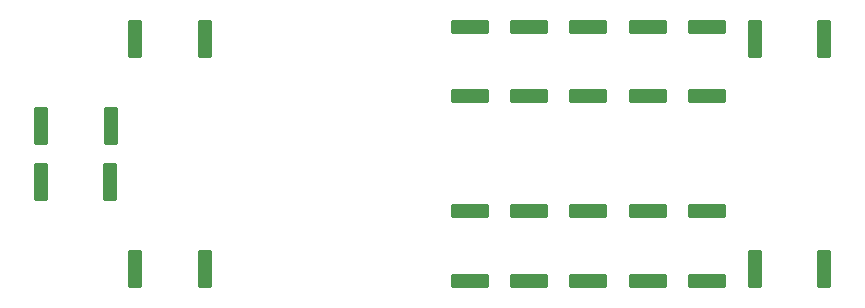
<source format=gbp>
G04*
G04 #@! TF.GenerationSoftware,Altium Limited,Altium Designer,22.4.2 (48)*
G04*
G04 Layer_Color=128*
%FSLAX44Y44*%
%MOMM*%
G71*
G04*
G04 #@! TF.SameCoordinates,4816D0BE-1F83-4A6B-9D26-C2E6DC4596A5*
G04*
G04*
G04 #@! TF.FilePolarity,Positive*
G04*
G01*
G75*
G04:AMPARAMS|DCode=23|XSize=3.25mm|YSize=1.2mm|CornerRadius=0.15mm|HoleSize=0mm|Usage=FLASHONLY|Rotation=270.000|XOffset=0mm|YOffset=0mm|HoleType=Round|Shape=RoundedRectangle|*
%AMROUNDEDRECTD23*
21,1,3.2500,0.9000,0,0,270.0*
21,1,2.9500,1.2000,0,0,270.0*
1,1,0.3000,-0.4500,-1.4750*
1,1,0.3000,-0.4500,1.4750*
1,1,0.3000,0.4500,1.4750*
1,1,0.3000,0.4500,-1.4750*
%
%ADD23ROUNDEDRECTD23*%
G04:AMPARAMS|DCode=24|XSize=3.25mm|YSize=1.2mm|CornerRadius=0.15mm|HoleSize=0mm|Usage=FLASHONLY|Rotation=0.000|XOffset=0mm|YOffset=0mm|HoleType=Round|Shape=RoundedRectangle|*
%AMROUNDEDRECTD24*
21,1,3.2500,0.9000,0,0,0.0*
21,1,2.9500,1.2000,0,0,0.0*
1,1,0.3000,1.4750,-0.4500*
1,1,0.3000,-1.4750,-0.4500*
1,1,0.3000,-1.4750,0.4500*
1,1,0.3000,1.4750,0.4500*
%
%ADD24ROUNDEDRECTD24*%
D23*
X200500Y-23750D02*
D03*
X259500D02*
D03*
X339500Y-97251D02*
D03*
X280500D02*
D03*
X339500Y97250D02*
D03*
X280500D02*
D03*
X260000Y23249D02*
D03*
X201000D02*
D03*
X864200Y-97251D02*
D03*
X805200D02*
D03*
X864200Y97250D02*
D03*
X805200D02*
D03*
D24*
X614475Y107500D02*
D03*
Y48500D02*
D03*
X614475Y-107501D02*
D03*
Y-48501D02*
D03*
X714425Y107500D02*
D03*
Y48500D02*
D03*
X764400D02*
D03*
Y107500D02*
D03*
X664450Y-48501D02*
D03*
Y-107501D02*
D03*
X564500Y48500D02*
D03*
Y107500D02*
D03*
X564500Y-48501D02*
D03*
Y-107501D02*
D03*
X664450Y48500D02*
D03*
Y107500D02*
D03*
X764400Y-48501D02*
D03*
Y-107501D02*
D03*
X714425Y-48501D02*
D03*
Y-107501D02*
D03*
M02*

</source>
